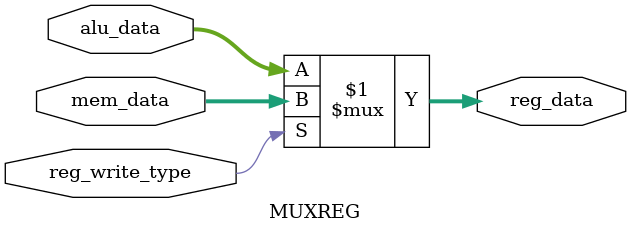
<source format=v>
module MUXREG(
    input [31:0] alu_data,
    input [31:0] mem_data,
    input reg_write_type,

    output [31:0] reg_data
);

    assign reg_data = (reg_write_type ? mem_data : alu_data);

endmodule
</source>
